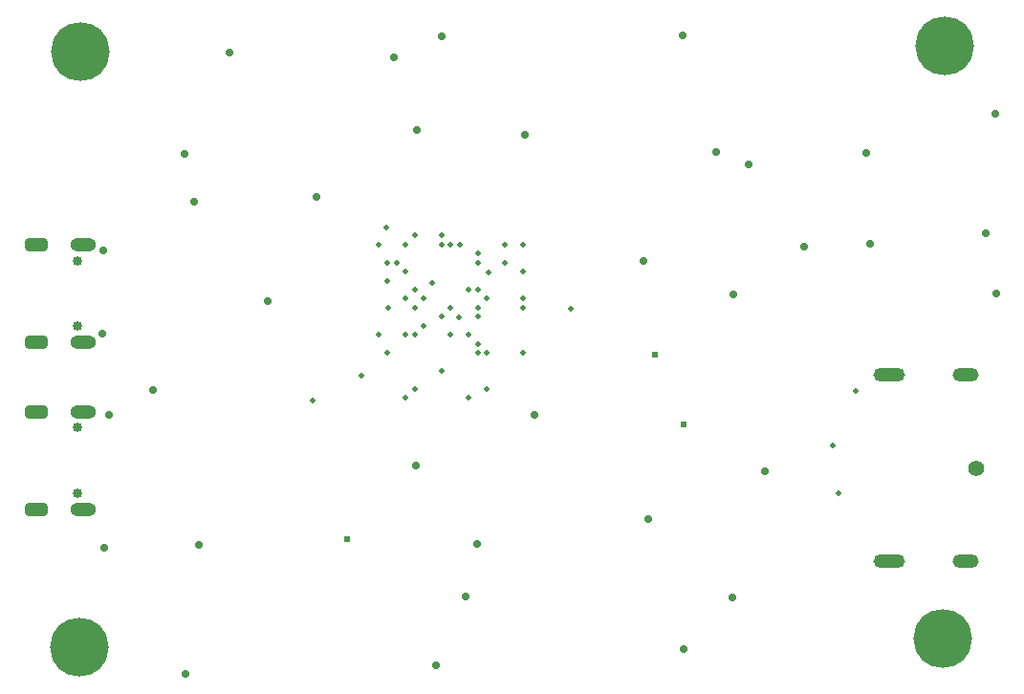
<source format=gbr>
%TF.GenerationSoftware,Altium Limited,Altium Designer,23.4.1 (23)*%
G04 Layer_Color=16711935*
%FSLAX45Y45*%
%MOMM*%
%TF.SameCoordinates,C80D94D6-ACD9-4930-820E-424AA932BAC3*%
%TF.FilePolarity,Negative*%
%TF.FileFunction,Soldermask,Bot*%
%TF.Part,Single*%
G01*
G75*
%TA.AperFunction,ComponentPad*%
G04:AMPARAMS|DCode=51|XSize=1.2mm|YSize=2.8mm|CornerRadius=0.6mm|HoleSize=0mm|Usage=FLASHONLY|Rotation=90.000|XOffset=0mm|YOffset=0mm|HoleType=Round|Shape=RoundedRectangle|*
%AMROUNDEDRECTD51*
21,1,1.20000,1.60000,0,0,90.0*
21,1,0.00000,2.80000,0,0,90.0*
1,1,1.20000,0.80000,0.00000*
1,1,1.20000,0.80000,0.00000*
1,1,1.20000,-0.80000,0.00000*
1,1,1.20000,-0.80000,0.00000*
%
%ADD51ROUNDEDRECTD51*%
G04:AMPARAMS|DCode=52|XSize=1.2mm|YSize=2.3mm|CornerRadius=0.6mm|HoleSize=0mm|Usage=FLASHONLY|Rotation=90.000|XOffset=0mm|YOffset=0mm|HoleType=Round|Shape=RoundedRectangle|*
%AMROUNDEDRECTD52*
21,1,1.20000,1.10000,0,0,90.0*
21,1,0.00000,2.30000,0,0,90.0*
1,1,1.20000,0.55000,0.00000*
1,1,1.20000,0.55000,0.00000*
1,1,1.20000,-0.55000,0.00000*
1,1,1.20000,-0.55000,0.00000*
%
%ADD52ROUNDEDRECTD52*%
%ADD53C,1.40000*%
%ADD74C,0.85320*%
%ADD75O,2.30320X1.20320*%
G04:AMPARAMS|DCode=76|XSize=2.0032mm|YSize=1.2032mm|CornerRadius=0.3516mm|HoleSize=0mm|Usage=FLASHONLY|Rotation=0.000|XOffset=0mm|YOffset=0mm|HoleType=Round|Shape=RoundedRectangle|*
%AMROUNDEDRECTD76*
21,1,2.00320,0.50000,0,0,0.0*
21,1,1.30000,1.20320,0,0,0.0*
1,1,0.70320,0.65000,-0.25000*
1,1,0.70320,-0.65000,-0.25000*
1,1,0.70320,-0.65000,0.25000*
1,1,0.70320,0.65000,0.25000*
%
%ADD76ROUNDEDRECTD76*%
%TA.AperFunction,ViaPad*%
%ADD77C,0.70320*%
%ADD78C,0.50320*%
%ADD79C,0.60320*%
%ADD80C,5.20320*%
D51*
X16671500Y5975000D02*
D03*
Y7625000D02*
D03*
D52*
X17349500Y5975000D02*
D03*
Y7625000D02*
D03*
D53*
X17439500Y6800000D02*
D03*
D74*
X9485500Y7156500D02*
D03*
Y6578500D02*
D03*
X9488000Y8634000D02*
D03*
Y8056000D02*
D03*
D75*
X9535500Y6435500D02*
D03*
Y7299500D02*
D03*
X9538000Y7913000D02*
D03*
Y8777000D02*
D03*
D76*
X9117500Y6435500D02*
D03*
Y7299500D02*
D03*
X9120000Y7913000D02*
D03*
Y8777000D02*
D03*
D77*
X14500000Y8630000D02*
D03*
X15920000Y8760000D02*
D03*
X12919000Y5661000D02*
D03*
X13530000Y7270000D02*
D03*
X12480000Y6820000D02*
D03*
X10560000Y6120000D02*
D03*
X15289999Y8340000D02*
D03*
X11170000Y8280000D02*
D03*
X15430000Y9490000D02*
D03*
X15139999Y9600000D02*
D03*
X16470000Y9590000D02*
D03*
X13020000Y6130000D02*
D03*
X9710000Y8730000D02*
D03*
X9700000Y7990000D02*
D03*
X15570000Y6770000D02*
D03*
X14839999Y10630000D02*
D03*
X12490000Y9790000D02*
D03*
X13450000Y9750000D02*
D03*
X14539999Y6350000D02*
D03*
X15280000Y5650000D02*
D03*
X14850000Y5200000D02*
D03*
X12661250Y5055000D02*
D03*
X10440000Y4980000D02*
D03*
X9720000Y6090000D02*
D03*
X9760000Y7270000D02*
D03*
X10152500Y7492500D02*
D03*
X10430000Y9580000D02*
D03*
X10520000Y9160000D02*
D03*
X11600000Y9200000D02*
D03*
X17530000Y8880000D02*
D03*
X16500000Y8790000D02*
D03*
X17620000Y8350000D02*
D03*
X17610001Y9940000D02*
D03*
X12286569Y10440000D02*
D03*
X10827300Y10477100D02*
D03*
X12708400Y10627100D02*
D03*
D78*
X12470000Y7980000D02*
D03*
X12550000Y8060000D02*
D03*
X12390000Y8540000D02*
D03*
X12470000Y8380000D02*
D03*
X12710000Y8140000D02*
D03*
Y7660000D02*
D03*
X12390000Y8780000D02*
D03*
X12628759Y8438711D02*
D03*
X13121265Y8528735D02*
D03*
X13030000Y8620000D02*
D03*
X12950000Y8380000D02*
D03*
X12231658Y8221658D02*
D03*
X16380000Y7480000D02*
D03*
X12710000Y8860000D02*
D03*
Y8780000D02*
D03*
X12790000D02*
D03*
X13030000Y8700000D02*
D03*
X12000000Y7620000D02*
D03*
X12470000Y7500000D02*
D03*
X13110001Y8300000D02*
D03*
X13030000Y8380000D02*
D03*
X12550000Y8300000D02*
D03*
X11570000Y7400000D02*
D03*
X13270000Y8620000D02*
D03*
X13430000Y8540000D02*
D03*
X12863342Y8133342D02*
D03*
X12790000Y8220000D02*
D03*
X13030000Y8140000D02*
D03*
X12390000Y7980000D02*
D03*
X13110001Y7500000D02*
D03*
X13110001Y7820000D02*
D03*
X13430000D02*
D03*
X13850000Y8210000D02*
D03*
X12150000Y7980000D02*
D03*
X12230000Y7820000D02*
D03*
X12950000Y7420000D02*
D03*
X12220000Y8930000D02*
D03*
X12470000Y8860000D02*
D03*
X16170000Y7000000D02*
D03*
X16220000Y6580000D02*
D03*
X13270000Y8780000D02*
D03*
X13430000D02*
D03*
X12390000Y7420000D02*
D03*
X12790000Y7980000D02*
D03*
X12950000D02*
D03*
X13030000Y8220000D02*
D03*
X12310000Y8620000D02*
D03*
X13030000Y7900000D02*
D03*
Y7820000D02*
D03*
X13430000Y8300000D02*
D03*
Y8220000D02*
D03*
X12870000Y8780000D02*
D03*
X12150000D02*
D03*
X12470000Y8220000D02*
D03*
X12390000Y8300000D02*
D03*
X12230000Y8460000D02*
D03*
Y8620000D02*
D03*
D79*
X14600000Y7800000D02*
D03*
X11870000Y6170000D02*
D03*
X14850000Y7190000D02*
D03*
D80*
X17150000Y5290000D02*
D03*
X9500000Y5210000D02*
D03*
X9510000Y10490000D02*
D03*
X17160001Y10540000D02*
D03*
%TF.MD5,e806b01d571ee20aa0d81fc01d7d9c90*%
M02*

</source>
